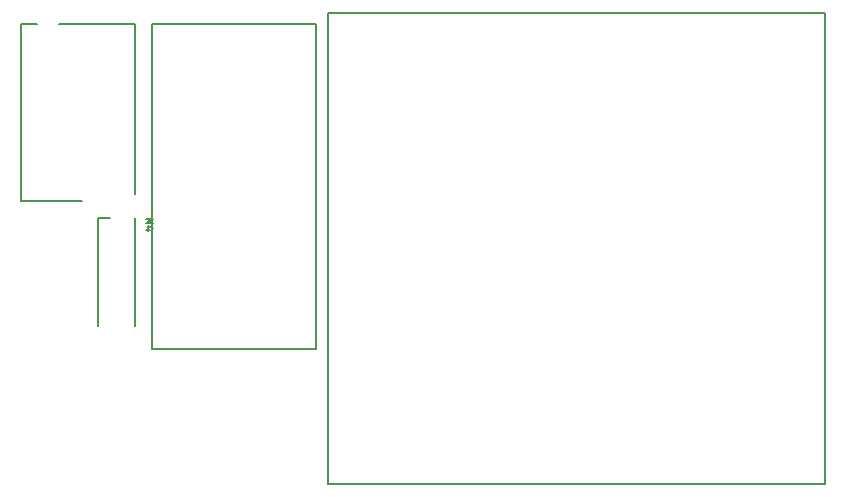
<source format=gto>
G04 #@! TF.GenerationSoftware,KiCad,Pcbnew,8.0.9-8.0.9-0~ubuntu24.04.1*
G04 #@! TF.CreationDate,2025-05-16T10:56:00+00:00*
G04 #@! TF.ProjectId,EP91Starlet,45503931-5374-4617-926c-65742e6b6963,rev?*
G04 #@! TF.SameCoordinates,Original*
G04 #@! TF.FileFunction,Legend,Top*
G04 #@! TF.FilePolarity,Positive*
%FSLAX46Y46*%
G04 Gerber Fmt 4.6, Leading zero omitted, Abs format (unit mm)*
G04 Created by KiCad (PCBNEW 8.0.9-8.0.9-0~ubuntu24.04.1) date 2025-05-16 10:56:00*
%MOMM*%
%LPD*%
G01*
G04 APERTURE LIST*
%ADD10C,0.150000*%
%ADD11C,0.200000*%
G04 APERTURE END LIST*
D10*
X33899426Y52038259D02*
X34499426Y52038259D01*
X34499426Y52038259D02*
X34070855Y51838259D01*
X34070855Y51838259D02*
X34499426Y51638259D01*
X34499426Y51638259D02*
X33899426Y51638259D01*
X34299426Y51095402D02*
X33899426Y51095402D01*
X34527998Y51238260D02*
X34099426Y51381117D01*
X34099426Y51381117D02*
X34099426Y51009688D01*
D11*
G04 #@! TO.C,M3*
X23380001Y68530000D02*
X23380001Y53530000D01*
X23380001Y68530000D02*
X24680001Y68530000D01*
X23380001Y53530000D02*
X28480001Y53530000D01*
X32980001Y68530000D02*
X26580001Y68530000D01*
X32980001Y54130000D02*
X32980001Y68530000D01*
G04 #@! TO.C,M4*
X29879998Y52080000D02*
X29879998Y42980000D01*
X29879998Y52080000D02*
X30880000Y52080000D01*
X32980001Y52080000D02*
X32980001Y42980000D01*
G04 #@! TO.C,M1*
X49339997Y69479995D02*
X90140000Y69479995D01*
X49339997Y29579996D02*
X49339997Y69479995D01*
X49339997Y29579996D02*
X91439997Y29579996D01*
X90140000Y69479995D02*
X91440000Y69479995D01*
X91439997Y29579996D02*
X91440000Y69479995D01*
G04 #@! TO.C,M2*
X48330001Y41030000D02*
X34430001Y41030000D01*
X34430001Y68530000D01*
X48330001Y68530000D01*
X48330001Y41030000D01*
G04 #@! TD*
M02*

</source>
